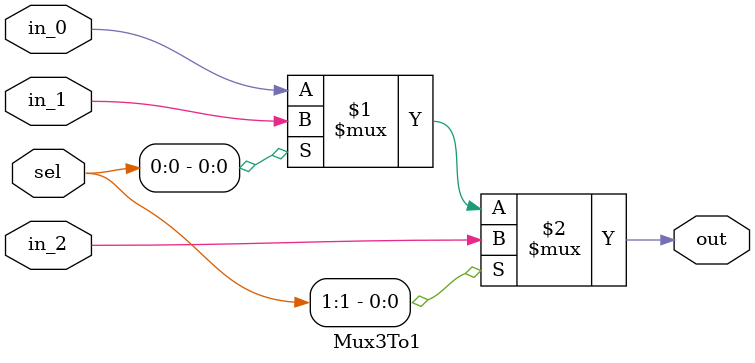
<source format=v>
module Mux2To1
#(
    parameter integer LEN = 1 // should be set to LEN_WORD
)
// signals
(
    input sel,
    
    input [LEN - 1: 0] in_0,
    input [LEN - 1: 0] in_1,
    
    output [LEN - 1: 0] out
);

    assign out = (sel) ? in_1 : in_0;

endmodule // Mux2To1



module Mux3To1
#(
    parameter integer LEN = 1 // should be set to LEN_WORD
)
// signals
(
    input [1:0] sel,
    
    input [LEN - 1: 0] in_0,
    input [LEN - 1: 0] in_1,
    input [LEN - 1: 0] in_2,
    output [LEN - 1: 0] out
);

    assign out = (sel[1]) ? in_2 :
                 (sel[0]) ? in_1 : in_0;

endmodule // Mux3To1


</source>
